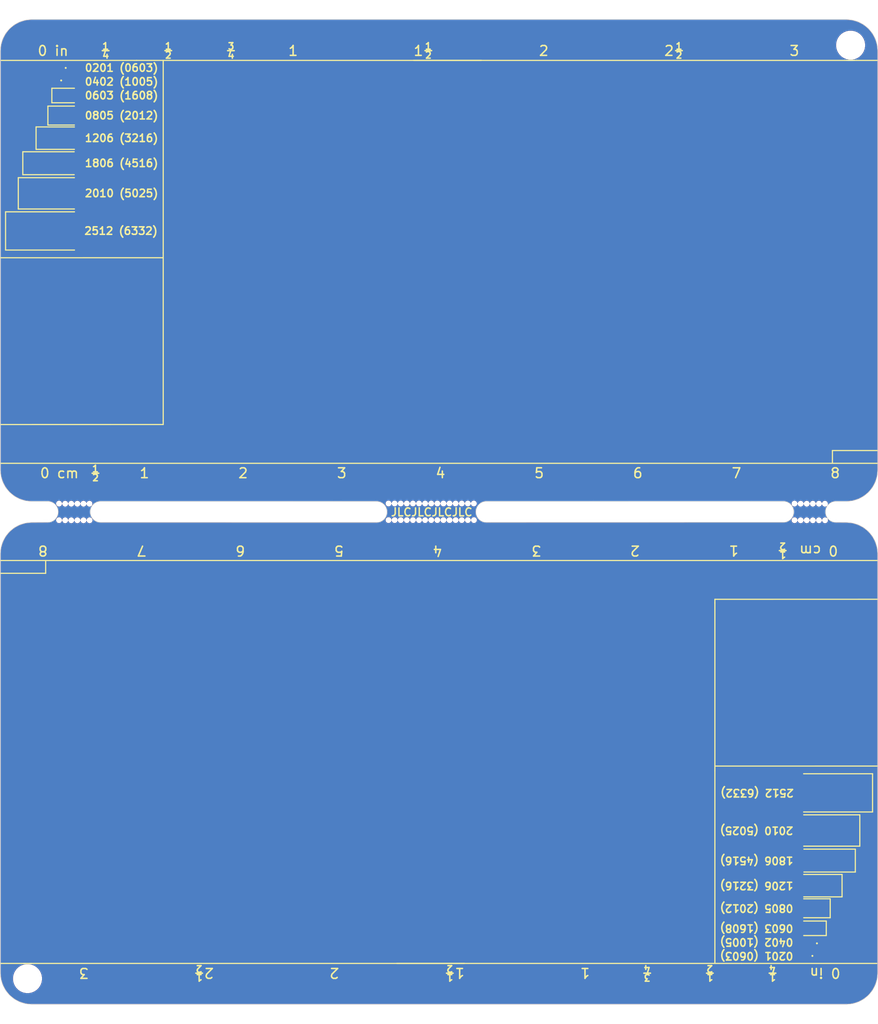
<source format=kicad_pcb>
(kicad_pcb (version 20171130) (host pcbnew 5.1.5-52549c5~84~ubuntu18.04.1)
  (title_block (title "PCB Card Template") (date 2019-11-28) (rev 00) (company "Redbud Farms") (comment 1 "Author: Scott Atkins (Scott@kins.dev)") (comment 2 https://git.kins.dev/PCB-Card/) (comment 3 "Creative Commons Attribution-ShareAlike 4.0 International License") (comment 4 http://creativecommons.org/licenses/by-sa/4.0/))
  (layers (0 F.Cu signal hide) (31 B.Cu signal hide) (34 B.Paste user hide) (35 F.Paste user) (36 B.SilkS user hide) (37 F.SilkS user) (38 B.Mask user hide) (39 F.Mask user) (44 Edge.Cuts user))
  (net 0 "")
  (module MountingHole:MountingHole_2.2mm_M2 (layer F.Cu) (at 92.2775 140.821 180)
    (fp_text reference REF** hide)
    (fp_text value MountingHole_2.2mm_M2)
    (pad "" np_thru_hole circle (at 0 0 180) (size 2.54 2.54) (drill 2.54) (layers *.Cu *.Mask))
  )
  (module card:fw2_mask (layer F.Cu) (at 97.796 76.2875)
    (fp_text reference G*** hide)
    (fp_text value LOGO hide)
  )
  (module MountingHole:MountingHole_2.2mm_M2 (layer F.Cu) (at 170.005696 94.3945)
    (fp_text reference REF** hide)
    (fp_text value MountingHole_2.2mm_M2)
    (pad "" np_thru_hole circle (at 0 0) (size 0.2 0.2) (drill 0.2) (layers *.Cu *.Mask))
  )
  (module LED_SMD:LED_0603_1608Metric (layer F.Cu) (at 171.738 135.7255 180)
    (fp_text reference "0603 (1608)" (at 1.778 0 180 unlocked) (layer F.SilkS) (effects (font (size 0.762 0.762) (thickness 0.1524)) (justify left)))
    (fp_text value LED_0603_1608Metric)
    (fp_line (start -1.485 0.735) (end 0.8 0.735) (layer F.SilkS) (width 0.12))
    (fp_line (start -1.485 -0.735) (end -1.485 0.735) (layer F.SilkS) (width 0.12))
    (fp_line (start 0.8 -0.735) (end -1.485 -0.735) (layer F.SilkS) (width 0.12))
    (pad 2 smd roundrect (at 0.7875 0 180) (size 0.875 0.95) (layers F.Cu F.Paste F.Mask))
    (pad 1 smd roundrect (at -0.7875 0 180) (size 0.875 0.95) (layers F.Cu F.Paste F.Mask))
  )
  (module card:fw2_mask (layer F.Cu) (at 170.172 110.823 180)
    (fp_text reference G*** hide)
    (fp_text value LOGO hide)
  )
  (module MountingHole:MountingHole_2.2mm_M2 (layer F.Cu) (at 135.664019 94.3845)
    (fp_text reference REF** hide)
    (fp_text value MountingHole_2.2mm_M2)
    (pad "" np_thru_hole circle (at 0 0) (size 0.2 0.2) (drill 0.2) (layers *.Cu *.Mask))
  )
  (module MountingHole:MountingHole_2.2mm_M2 (layer F.Cu) (at 131.335758 94.3845)
    (fp_text reference REF** hide)
    (fp_text value MountingHole_2.2mm_M2)
    (pad "" np_thru_hole circle (at 0 0) (size 0.2 0.2) (drill 0.2) (layers *.Cu *.Mask))
  )
  (module LED_SMD:LED_0201_0603Metric (layer F.Cu) (at 97.01 48.591)
    (fp_text reference "0201 (0603)" (at 0.998 0 unlocked) (layer F.SilkS) (effects (font (size 0.762 0.762) (thickness 0.1524)) (justify left)))
    (fp_text value LED_0201_0603Metric)
    (fp_circle (center -0.86 0) (end -0.81 0) (layer F.SilkS) (width 0.1))
    (pad 1 smd roundrect (at -0.32 0) (size 0.46 0.4) (layers F.Cu F.Mask))
    (pad 2 smd roundrect (at 0.32 0) (size 0.46 0.4) (layers F.Cu F.Mask))
  )
  (module LED_SMD:LED_0402_1005Metric (layer F.Cu) (at 96.78 49.861)
    (fp_text reference "0402 (1005)" (at 1.228 0.127 unlocked) (layer F.SilkS) (effects (font (size 0.762 0.762) (thickness 0.1524)) (justify left)))
    (fp_text value LED_0402_1005Metric)
    (fp_circle (center -1.09 0) (end -1.04 0) (layer F.SilkS) (width 0.1))
    (pad 1 smd roundrect (at -0.485 0) (size 0.59 0.64) (layers F.Cu F.Paste F.Mask))
    (pad 2 smd roundrect (at 0.485 0) (size 0.59 0.64) (layers F.Cu F.Paste F.Mask))
  )
  (module LED_SMD:LED_0603_1608Metric (layer F.Cu) (at 96.23 51.385)
    (fp_text reference "0603 (1608)" (at 1.778 0 unlocked) (layer F.SilkS) (effects (font (size 0.762 0.762) (thickness 0.1524)) (justify left)))
    (fp_text value LED_0603_1608Metric)
    (fp_line (start 0.8 -0.735) (end -1.485 -0.735) (layer F.SilkS) (width 0.12))
    (fp_line (start -1.485 -0.735) (end -1.485 0.735) (layer F.SilkS) (width 0.12))
    (fp_line (start -1.485 0.735) (end 0.8 0.735) (layer F.SilkS) (width 0.12))
    (pad 1 smd roundrect (at -0.7875 0) (size 0.875 0.95) (layers F.Cu F.Paste F.Mask))
    (pad 2 smd roundrect (at 0.7875 0) (size 0.875 0.95) (layers F.Cu F.Paste F.Mask))
  )
  (module LED_SMD:LED_0805_2012Metric (layer F.Cu) (at 96.03 53.417)
    (fp_text reference "0805 (2012)" (at 1.978 0 unlocked) (layer F.SilkS) (effects (font (size 0.762 0.762) (thickness 0.1524)) (justify left)))
    (fp_text value LED_0805_2012Metric)
    (fp_line (start 1 -0.96) (end -1.685 -0.96) (layer F.SilkS) (width 0.12))
    (fp_line (start -1.685 -0.96) (end -1.685 0.96) (layer F.SilkS) (width 0.12))
    (fp_line (start -1.685 0.96) (end 1 0.96) (layer F.SilkS) (width 0.12))
    (pad 1 smd roundrect (at -0.9375 0) (size 0.975 1.4) (layers F.Cu F.Paste F.Mask))
    (pad 2 smd roundrect (at 0.9375 0) (size 0.975 1.4) (layers F.Cu F.Paste F.Mask))
  )
  (module LED_SMD:LED_1206_3216Metric (layer F.Cu) (at 95.43 55.703)
    (fp_text reference "1206 (3216)" (at 2.578 0 unlocked) (layer F.SilkS) (effects (font (size 0.762 0.762) (thickness 0.1524)) (justify left)))
    (fp_text value LED_1206_3216Metric)
    (fp_line (start 1.6 -1.135) (end -2.285 -1.135) (layer F.SilkS) (width 0.12))
    (fp_line (start -2.285 -1.135) (end -2.285 1.135) (layer F.SilkS) (width 0.12))
    (fp_line (start -2.285 1.135) (end 1.6 1.135) (layer F.SilkS) (width 0.12))
    (pad 1 smd roundrect (at -1.4 0) (size 1.25 1.75) (layers F.Cu F.Paste F.Mask) (roundrect_rratio 0.2))
    (pad 2 smd roundrect (at 1.4 0) (size 1.25 1.75) (layers F.Cu F.Paste F.Mask) (roundrect_rratio 0.2))
  )
  (module LED_SMD:LED_1806_4516Metric (layer F.Cu) (at 94.76 58.243)
    (fp_text reference "1806 (4516)" (at 3.248 0 unlocked) (layer F.SilkS) (effects (font (size 0.762 0.762) (thickness 0.1524)) (justify left)))
    (fp_text value LED_1806_4516Metric)
    (fp_line (start 2.25 -1.16) (end -2.96 -1.16) (layer F.SilkS) (width 0.12))
    (fp_line (start -2.96 -1.16) (end -2.96 1.16) (layer F.SilkS) (width 0.12))
    (fp_line (start -2.96 1.16) (end 2.25 1.16) (layer F.SilkS) (width 0.12))
    (pad 1 smd roundrect (at -2 0) (size 1.4 1.8) (layers F.Cu F.Paste F.Mask) (roundrect_rratio 0.178571))
    (pad 2 smd roundrect (at 2 0) (size 1.4 1.8) (layers F.Cu F.Paste F.Mask) (roundrect_rratio 0.178571))
  )
  (module LED_SMD:LED_2010_5025Metric (layer F.Cu) (at 94.53 61.291)
    (fp_text reference "2010 (5025)" (at 3.478 0 unlocked) (layer F.SilkS) (effects (font (size 0.762 0.762) (thickness 0.1524)) (justify left)))
    (fp_text value LED_2010_5025Metric)
    (fp_line (start 2.5 -1.585) (end -3.185 -1.585) (layer F.SilkS) (width 0.12))
    (fp_line (start -3.185 -1.585) (end -3.185 1.585) (layer F.SilkS) (width 0.12))
    (fp_line (start -3.185 1.585) (end 2.5 1.585) (layer F.SilkS) (width 0.12))
    (pad 1 smd roundrect (at -2.25 0) (size 1.35 2.65) (layers F.Cu F.Paste F.Mask) (roundrect_rratio 0.185185))
    (pad 2 smd roundrect (at 2.25 0) (size 1.35 2.65) (layers F.Cu F.Paste F.Mask) (roundrect_rratio 0.185185))
  )
  (module LED_SMD:LED_2512_6332Metric (layer F.Cu) (at 93.89 65.101)
    (fp_text reference "2512 (6332)" (at 4.064 0 unlocked) (layer F.SilkS) (effects (font (size 0.762 0.762) (thickness 0.1524)) (justify left)))
    (fp_text value LED_2512_6332Metric)
    (fp_line (start 3.15 -1.935) (end -3.835 -1.935) (layer F.SilkS) (width 0.12))
    (fp_line (start -3.835 -1.935) (end -3.835 1.935) (layer F.SilkS) (width 0.12))
    (fp_line (start -3.835 1.935) (end 3.15 1.935) (layer F.SilkS) (width 0.12))
    (pad 1 smd roundrect (at -2.9 0) (size 1.35 3.35) (layers F.Cu F.Paste F.Mask) (roundrect_rratio 0.185185))
    (pad 2 smd roundrect (at 2.9 0) (size 1.35 3.35) (layers F.Cu F.Paste F.Mask) (roundrect_rratio 0.185185))
  )
  (module MountingHole:MountingHole_2.2mm_M2 (layer F.Cu) (at 175.6905 46.2895)
    (fp_text reference REF** hide)
    (fp_text value MountingHole_2.2mm_M2)
    (pad "" np_thru_hole circle (at 0 0) (size 2.54 2.54) (drill 2.54) (layers *.Cu *.Mask))
  )
  (module MountingHole:MountingHole_2.2mm_M2 (layer F.Cu) (at 131.335758 92.7045)
    (fp_text reference REF** hide)
    (fp_text value MountingHole_2.2mm_M2)
    (pad "" np_thru_hole circle (at 0 0) (size 0.2 0.2) (drill 0.2) (layers *.Cu *.Mask))
  )
  (module MountingHole:MountingHole_2.2mm_M2 (layer F.Cu) (at 132.572404 92.7045)
    (fp_text reference REF** hide)
    (fp_text value MountingHole_2.2mm_M2)
    (pad "" np_thru_hole circle (at 0 0) (size 0.2 0.2) (drill 0.2) (layers *.Cu *.Mask))
  )
  (module MountingHole:MountingHole_2.2mm_M2 (layer F.Cu) (at 137.507 92.7045)
    (fp_text reference REF** hide)
    (fp_text value MountingHole_2.2mm_M2)
    (pad "" np_thru_hole circle (at 0 0) (size 0.2 0.2) (drill 0.2) (layers *.Cu *.Mask))
  )
  (module MountingHole:MountingHole_2.2mm_M2 (layer F.Cu) (at 133.80905 92.7045)
    (fp_text reference REF** hide)
    (fp_text value MountingHole_2.2mm_M2)
    (pad "" np_thru_hole circle (at 0 0) (size 0.2 0.2) (drill 0.2) (layers *.Cu *.Mask))
  )
  (module MountingHole:MountingHole_2.2mm_M2 (layer F.Cu) (at 130.099112 92.7045)
    (fp_text reference REF** hide)
    (fp_text value MountingHole_2.2mm_M2)
    (pad "" np_thru_hole circle (at 0 0) (size 0.2 0.2) (drill 0.2) (layers *.Cu *.Mask))
  )
  (module MountingHole:MountingHole_2.2mm_M2 (layer F.Cu) (at 135.045696 92.7045)
    (fp_text reference REF** hide)
    (fp_text value MountingHole_2.2mm_M2)
    (pad "" np_thru_hole circle (at 0 0) (size 0.2 0.2) (drill 0.2) (layers *.Cu *.Mask))
  )
  (module MountingHole:MountingHole_2.2mm_M2 (layer F.Cu) (at 136.282342 92.7045)
    (fp_text reference REF** hide)
    (fp_text value MountingHole_2.2mm_M2)
    (pad "" np_thru_hole circle (at 0 0) (size 0.2 0.2) (drill 0.2) (layers *.Cu *.Mask))
  )
  (module MountingHole:MountingHole_2.2mm_M2 (layer F.Cu) (at 134.427373 92.7045)
    (fp_text reference REF** hide)
    (fp_text value MountingHole_2.2mm_M2)
    (pad "" np_thru_hole circle (at 0 0) (size 0.2 0.2) (drill 0.2) (layers *.Cu *.Mask))
  )
  (module MountingHole:MountingHole_2.2mm_M2 (layer F.Cu) (at 133.190727 92.7045)
    (fp_text reference REF** hide)
    (fp_text value MountingHole_2.2mm_M2)
    (pad "" np_thru_hole circle (at 0 0) (size 0.2 0.2) (drill 0.2) (layers *.Cu *.Mask))
  )
  (module MountingHole:MountingHole_2.2mm_M2 (layer F.Cu) (at 129.480789 92.7045)
    (fp_text reference REF** hide)
    (fp_text value MountingHole_2.2mm_M2)
    (pad "" np_thru_hole circle (at 0 0) (size 0.2 0.2) (drill 0.2) (layers *.Cu *.Mask))
  )
  (module MountingHole:MountingHole_2.2mm_M2 (layer F.Cu) (at 135.664019 92.7045)
    (fp_text reference REF** hide)
    (fp_text value MountingHole_2.2mm_M2)
    (pad "" np_thru_hole circle (at 0 0) (size 0.2 0.2) (drill 0.2) (layers *.Cu *.Mask))
  )
  (module MountingHole:MountingHole_2.2mm_M2 (layer F.Cu) (at 131.954081 92.7045)
    (fp_text reference REF** hide)
    (fp_text value MountingHole_2.2mm_M2)
    (pad "" np_thru_hole circle (at 0 0) (size 0.2 0.2) (drill 0.2) (layers *.Cu *.Mask))
  )
  (module MountingHole:MountingHole_2.2mm_M2 (layer F.Cu) (at 128.862466 92.7045)
    (fp_text reference REF** hide)
    (fp_text value MountingHole_2.2mm_M2)
    (pad "" np_thru_hole circle (at 0 0) (size 0.2 0.2) (drill 0.2) (layers *.Cu *.Mask))
  )
  (module MountingHole:MountingHole_2.2mm_M2 (layer F.Cu) (at 136.900665 92.7045)
    (fp_text reference REF** hide)
    (fp_text value MountingHole_2.2mm_M2)
    (pad "" np_thru_hole circle (at 0 0) (size 0.2 0.2) (drill 0.2) (layers *.Cu *.Mask))
  )
  (module MountingHole:MountingHole_2.2mm_M2 (layer F.Cu) (at 130.717435 92.7045)
    (fp_text reference REF** hide)
    (fp_text value MountingHole_2.2mm_M2)
    (pad "" np_thru_hole circle (at 0 0) (size 0.2 0.2) (drill 0.2) (layers *.Cu *.Mask))
  )
  (module MountingHole:MountingHole_2.2mm_M2 (layer F.Cu) (at 135.045696 94.3845)
    (fp_text reference REF** hide)
    (fp_text value MountingHole_2.2mm_M2)
    (pad "" np_thru_hole circle (at 0 0) (size 0.2 0.2) (drill 0.2) (layers *.Cu *.Mask))
  )
  (module MountingHole:MountingHole_2.2mm_M2 (layer F.Cu) (at 133.80905 94.3845)
    (fp_text reference REF** hide)
    (fp_text value MountingHole_2.2mm_M2)
    (pad "" np_thru_hole circle (at 0 0) (size 0.2 0.2) (drill 0.2) (layers *.Cu *.Mask))
  )
  (module MountingHole:MountingHole_2.2mm_M2 (layer F.Cu) (at 134.427373 94.3845)
    (fp_text reference REF** hide)
    (fp_text value MountingHole_2.2mm_M2)
    (pad "" np_thru_hole circle (at 0 0) (size 0.2 0.2) (drill 0.2) (layers *.Cu *.Mask))
  )
  (module MountingHole:MountingHole_2.2mm_M2 (layer F.Cu) (at 129.480789 94.3845)
    (fp_text reference REF** hide)
    (fp_text value MountingHole_2.2mm_M2)
    (pad "" np_thru_hole circle (at 0 0) (size 0.2 0.2) (drill 0.2) (layers *.Cu *.Mask))
  )
  (module MountingHole:MountingHole_2.2mm_M2 (layer F.Cu) (at 130.099112 94.3845)
    (fp_text reference REF** hide)
    (fp_text value MountingHole_2.2mm_M2)
    (pad "" np_thru_hole circle (at 0 0) (size 0.2 0.2) (drill 0.2) (layers *.Cu *.Mask))
  )
  (module MountingHole:MountingHole_2.2mm_M2 (layer F.Cu) (at 130.717435 94.3845)
    (fp_text reference REF** hide)
    (fp_text value MountingHole_2.2mm_M2)
    (pad "" np_thru_hole circle (at 0 0) (size 0.2 0.2) (drill 0.2) (layers *.Cu *.Mask))
  )
  (module MountingHole:MountingHole_2.2mm_M2 (layer F.Cu) (at 136.282342 94.3845)
    (fp_text reference REF** hide)
    (fp_text value MountingHole_2.2mm_M2)
    (pad "" np_thru_hole circle (at 0 0) (size 0.2 0.2) (drill 0.2) (layers *.Cu *.Mask))
  )
  (module MountingHole:MountingHole_2.2mm_M2 (layer F.Cu) (at 133.190727 94.3845)
    (fp_text reference REF** hide)
    (fp_text value MountingHole_2.2mm_M2)
    (pad "" np_thru_hole circle (at 0 0) (size 0.2 0.2) (drill 0.2) (layers *.Cu *.Mask))
  )
  (module MountingHole:MountingHole_2.2mm_M2 (layer F.Cu) (at 136.900665 94.3845)
    (fp_text reference REF** hide)
    (fp_text value MountingHole_2.2mm_M2)
    (pad "" np_thru_hole circle (at 0 0) (size 0.2 0.2) (drill 0.2) (layers *.Cu *.Mask))
  )
  (module MountingHole:MountingHole_2.2mm_M2 (layer F.Cu) (at 132.572404 94.3845)
    (fp_text reference REF** hide)
    (fp_text value MountingHole_2.2mm_M2)
    (pad "" np_thru_hole circle (at 0 0) (size 0.2 0.2) (drill 0.2) (layers *.Cu *.Mask))
  )
  (module MountingHole:MountingHole_2.2mm_M2 (layer F.Cu) (at 137.518988 94.3845)
    (fp_text reference REF** hide)
    (fp_text value MountingHole_2.2mm_M2)
    (pad "" np_thru_hole circle (at 0 0) (size 0.2 0.2) (drill 0.2) (layers *.Cu *.Mask))
  )
  (module MountingHole:MountingHole_2.2mm_M2 (layer F.Cu) (at 131.954081 94.3845)
    (fp_text reference REF** hide)
    (fp_text value MountingHole_2.2mm_M2)
    (pad "" np_thru_hole circle (at 0 0) (size 0.2 0.2) (drill 0.2) (layers *.Cu *.Mask))
  )
  (module MountingHole:MountingHole_2.2mm_M2 (layer F.Cu) (at 128.862466 94.3845)
    (fp_text reference REF** hide)
    (fp_text value MountingHole_2.2mm_M2)
    (pad "" np_thru_hole circle (at 0 0) (size 0.2 0.2) (drill 0.2) (layers *.Cu *.Mask))
  )
  (module MountingHole:MountingHole_2.2mm_M2 (layer F.Cu) (at 172.480665 92.7245)
    (fp_text reference REF** hide)
    (fp_text value MountingHole_2.2mm_M2)
    (pad "" np_thru_hole circle (at 0 0) (size 0.2 0.2) (drill 0.2) (layers *.Cu *.Mask))
  )
  (module MountingHole:MountingHole_2.2mm_M2 (layer F.Cu) (at 173.087 92.7245)
    (fp_text reference REF** hide)
    (fp_text value MountingHole_2.2mm_M2)
    (pad "" np_thru_hole circle (at 0 0) (size 0.2 0.2) (drill 0.2) (layers *.Cu *.Mask))
  )
  (module MountingHole:MountingHole_2.2mm_M2 (layer F.Cu) (at 172.480665 94.4045)
    (fp_text reference REF** hide)
    (fp_text value MountingHole_2.2mm_M2)
    (pad "" np_thru_hole circle (at 0 0) (size 0.2 0.2) (drill 0.2) (layers *.Cu *.Mask))
  )
  (module MountingHole:MountingHole_2.2mm_M2 (layer F.Cu) (at 170.625696 94.4045)
    (fp_text reference REF** hide)
    (fp_text value MountingHole_2.2mm_M2)
    (pad "" np_thru_hole circle (at 0 0) (size 0.2 0.2) (drill 0.2) (layers *.Cu *.Mask))
  )
  (module MountingHole:MountingHole_2.2mm_M2 (layer F.Cu) (at 171.862342 94.4045)
    (fp_text reference REF** hide)
    (fp_text value MountingHole_2.2mm_M2)
    (pad "" np_thru_hole circle (at 0 0) (size 0.2 0.2) (drill 0.2) (layers *.Cu *.Mask))
  )
  (module MountingHole:MountingHole_2.2mm_M2 (layer F.Cu) (at 171.244019 92.7245)
    (fp_text reference REF** hide)
    (fp_text value MountingHole_2.2mm_M2)
    (pad "" np_thru_hole circle (at 0 0) (size 0.2 0.2) (drill 0.2) (layers *.Cu *.Mask))
  )
  (module MountingHole:MountingHole_2.2mm_M2 (layer F.Cu) (at 171.862342 92.7245)
    (fp_text reference REF** hide)
    (fp_text value MountingHole_2.2mm_M2)
    (pad "" np_thru_hole circle (at 0 0) (size 0.2 0.2) (drill 0.2) (layers *.Cu *.Mask))
  )
  (module MountingHole:MountingHole_2.2mm_M2 (layer F.Cu) (at 170.625696 92.7245)
    (fp_text reference REF** hide)
    (fp_text value MountingHole_2.2mm_M2)
    (pad "" np_thru_hole circle (at 0 0) (size 0.2 0.2) (drill 0.2) (layers *.Cu *.Mask))
  )
  (module MountingHole:MountingHole_2.2mm_M2 (layer F.Cu) (at 171.244019 94.4045)
    (fp_text reference REF** hide)
    (fp_text value MountingHole_2.2mm_M2)
    (pad "" np_thru_hole circle (at 0 0) (size 0.2 0.2) (drill 0.2) (layers *.Cu *.Mask))
  )
  (module MountingHole:MountingHole_2.2mm_M2 (layer F.Cu) (at 173.098988 94.4045)
    (fp_text reference REF** hide)
    (fp_text value MountingHole_2.2mm_M2)
    (pad "" np_thru_hole circle (at 0 0) (size 0.2 0.2) (drill 0.2) (layers *.Cu *.Mask))
  )
  (module MountingHole:MountingHole_2.2mm_M2 (layer F.Cu) (at 170.005696 92.7145)
    (fp_text reference REF** hide)
    (fp_text value MountingHole_2.2mm_M2)
    (pad "" np_thru_hole circle (at 0 0) (size 0.2 0.2) (drill 0.2) (layers *.Cu *.Mask))
  )
  (module MountingHole:MountingHole_2.2mm_M2 (layer F.Cu) (at 96.095696 94.4045)
    (fp_text reference REF** hide)
    (fp_text value MountingHole_2.2mm_M2)
    (pad "" np_thru_hole circle (at 0 0) (size 0.2 0.2) (drill 0.2) (layers *.Cu *.Mask))
  )
  (module MountingHole:MountingHole_2.2mm_M2 (layer F.Cu) (at 98.557 92.7245)
    (fp_text reference REF** hide)
    (fp_text value MountingHole_2.2mm_M2)
    (pad "" np_thru_hole circle (at 0 0) (size 0.2 0.2) (drill 0.2) (layers *.Cu *.Mask))
  )
  (module MountingHole:MountingHole_2.2mm_M2 (layer F.Cu) (at 97.950665 94.4045)
    (fp_text reference REF** hide)
    (fp_text value MountingHole_2.2mm_M2)
    (pad "" np_thru_hole circle (at 0 0) (size 0.2 0.2) (drill 0.2) (layers *.Cu *.Mask))
  )
  (module MountingHole:MountingHole_2.2mm_M2 (layer F.Cu) (at 95.475696 92.7145)
    (fp_text reference REF** hide)
    (fp_text value MountingHole_2.2mm_M2)
    (pad "" np_thru_hole circle (at 0 0) (size 0.2 0.2) (drill 0.2) (layers *.Cu *.Mask))
  )
  (module MountingHole:MountingHole_2.2mm_M2 (layer F.Cu) (at 97.332342 94.4045)
    (fp_text reference REF** hide)
    (fp_text value MountingHole_2.2mm_M2)
    (pad "" np_thru_hole circle (at 0 0) (size 0.2 0.2) (drill 0.2) (layers *.Cu *.Mask))
  )
  (module MountingHole:MountingHole_2.2mm_M2 (layer F.Cu) (at 98.568988 94.4045)
    (fp_text reference REF** hide)
    (fp_text value MountingHole_2.2mm_M2)
    (pad "" np_thru_hole circle (at 0 0) (size 0.2 0.2) (drill 0.2) (layers *.Cu *.Mask))
  )
  (module MountingHole:MountingHole_2.2mm_M2 (layer F.Cu) (at 96.714019 94.4045)
    (fp_text reference REF** hide)
    (fp_text value MountingHole_2.2mm_M2)
    (pad "" np_thru_hole circle (at 0 0) (size 0.2 0.2) (drill 0.2) (layers *.Cu *.Mask))
  )
  (module MountingHole:MountingHole_2.2mm_M2 (layer F.Cu) (at 97.332342 92.7245)
    (fp_text reference REF** hide)
    (fp_text value MountingHole_2.2mm_M2)
    (pad "" np_thru_hole circle (at 0 0) (size 0.2 0.2) (drill 0.2) (layers *.Cu *.Mask))
  )
  (module MountingHole:MountingHole_2.2mm_M2 (layer F.Cu) (at 96.095696 92.7245)
    (fp_text reference REF** hide)
    (fp_text value MountingHole_2.2mm_M2)
    (pad "" np_thru_hole circle (at 0 0) (size 0.2 0.2) (drill 0.2) (layers *.Cu *.Mask))
  )
  (module MountingHole:MountingHole_2.2mm_M2 (layer F.Cu) (at 95.475696 94.3945)
    (fp_text reference REF** hide)
    (fp_text value MountingHole_2.2mm_M2)
    (pad "" np_thru_hole circle (at 0 0) (size 0.2 0.2) (drill 0.2) (layers *.Cu *.Mask))
  )
  (module MountingHole:MountingHole_2.2mm_M2 (layer F.Cu) (at 96.714019 92.7245)
    (fp_text reference REF** hide)
    (fp_text value MountingHole_2.2mm_M2)
    (pad "" np_thru_hole circle (at 0 0) (size 0.2 0.2) (drill 0.2) (layers *.Cu *.Mask))
  )
  (module MountingHole:MountingHole_2.2mm_M2 (layer F.Cu) (at 97.950665 92.7245)
    (fp_text reference REF** hide)
    (fp_text value MountingHole_2.2mm_M2)
    (pad "" np_thru_hole circle (at 0 0) (size 0.2 0.2) (drill 0.2) (layers *.Cu *.Mask))
  )
  (module LED_SMD:LED_0402_1005Metric (layer F.Cu) (at 171.188 137.2495 180)
    (fp_text reference "0402 (1005)" (at 1.228 0.127 180 unlocked) (layer F.SilkS) (effects (font (size 0.762 0.762) (thickness 0.1524)) (justify left)))
    (fp_text value LED_0402_1005Metric)
    (fp_circle (center -1.09 0) (end -1.04 0) (layer F.SilkS) (width 0.1))
    (pad 2 smd roundrect (at 0.485 0 180) (size 0.59 0.64) (layers F.Cu F.Paste F.Mask))
    (pad 1 smd roundrect (at -0.485 0 180) (size 0.59 0.64) (layers F.Cu F.Paste F.Mask))
  )
  (module LED_SMD:LED_1806_4516Metric (layer F.Cu) (at 173.208 128.8675 180)
    (fp_text reference "1806 (4516)" (at 3.248 0 180 unlocked) (layer F.SilkS) (effects (font (size 0.762 0.762) (thickness 0.1524)) (justify left)))
    (fp_text value LED_1806_4516Metric)
    (fp_line (start -2.96 1.16) (end 2.25 1.16) (layer F.SilkS) (width 0.12))
    (fp_line (start -2.96 -1.16) (end -2.96 1.16) (layer F.SilkS) (width 0.12))
    (fp_line (start 2.25 -1.16) (end -2.96 -1.16) (layer F.SilkS) (width 0.12))
    (pad 2 smd roundrect (at 2 0 180) (size 1.4 1.8) (layers F.Cu F.Paste F.Mask) (roundrect_rratio 0.178571))
    (pad 1 smd roundrect (at -2 0 180) (size 1.4 1.8) (layers F.Cu F.Paste F.Mask) (roundrect_rratio 0.178571))
  )
  (module LED_SMD:LED_2010_5025Metric (layer F.Cu) (at 173.438 125.8195 180)
    (fp_text reference "2010 (5025)" (at 3.478 0 180 unlocked) (layer F.SilkS) (effects (font (size 0.762 0.762) (thickness 0.1524)) (justify left)))
    (fp_text value LED_2010_5025Metric)
    (fp_line (start -3.185 1.585) (end 2.5 1.585) (layer F.SilkS) (width 0.12))
    (fp_line (start -3.185 -1.585) (end -3.185 1.585) (layer F.SilkS) (width 0.12))
    (fp_line (start 2.5 -1.585) (end -3.185 -1.585) (layer F.SilkS) (width 0.12))
    (pad 2 smd roundrect (at 2.25 0 180) (size 1.35 2.65) (layers F.Cu F.Paste F.Mask) (roundrect_rratio 0.185185))
    (pad 1 smd roundrect (at -2.25 0 180) (size 1.35 2.65) (layers F.Cu F.Paste F.Mask) (roundrect_rratio 0.185185))
  )
  (module LED_SMD:LED_0805_2012Metric (layer F.Cu) (at 171.938 133.6935 180)
    (fp_text reference "0805 (2012)" (at 1.978 0 180 unlocked) (layer F.SilkS) (effects (font (size 0.762 0.762) (thickness 0.1524)) (justify left)))
    (fp_text value LED_0805_2012Metric)
    (fp_line (start -1.685 0.96) (end 1 0.96) (layer F.SilkS) (width 0.12))
    (fp_line (start -1.685 -0.96) (end -1.685 0.96) (layer F.SilkS) (width 0.12))
    (fp_line (start 1 -0.96) (end -1.685 -0.96) (layer F.SilkS) (width 0.12))
    (pad 2 smd roundrect (at 0.9375 0 180) (size 0.975 1.4) (layers F.Cu F.Paste F.Mask))
    (pad 1 smd roundrect (at -0.9375 0 180) (size 0.975 1.4) (layers F.Cu F.Paste F.Mask))
  )
  (module LED_SMD:LED_0201_0603Metric (layer F.Cu) (at 170.958 138.5195 180)
    (fp_text reference "0201 (0603)" (at 0.998 0 180 unlocked) (layer F.SilkS) (effects (font (size 0.762 0.762) (thickness 0.1524)) (justify left)))
    (fp_text value LED_0201_0603Metric)
    (fp_circle (center -0.86 0) (end -0.81 0) (layer F.SilkS) (width 0.1))
    (pad 2 smd roundrect (at 0.32 0 180) (size 0.46 0.4) (layers F.Cu F.Mask))
    (pad 1 smd roundrect (at -0.32 0 180) (size 0.46 0.4) (layers F.Cu F.Mask))
  )
  (module LED_SMD:LED_1206_3216Metric (layer F.Cu) (at 172.538 131.4075 180)
    (fp_text reference "1206 (3216)" (at 2.578 0 180 unlocked) (layer F.SilkS) (effects (font (size 0.762 0.762) (thickness 0.1524)) (justify left)))
    (fp_text value LED_1206_3216Metric)
    (fp_line (start -2.285 1.135) (end 1.6 1.135) (layer F.SilkS) (width 0.12))
    (fp_line (start -2.285 -1.135) (end -2.285 1.135) (layer F.SilkS) (width 0.12))
    (fp_line (start 1.6 -1.135) (end -2.285 -1.135) (layer F.SilkS) (width 0.12))
    (pad 2 smd roundrect (at 1.4 0 180) (size 1.25 1.75) (layers F.Cu F.Paste F.Mask) (roundrect_rratio 0.2))
    (pad 1 smd roundrect (at -1.4 0 180) (size 1.25 1.75) (layers F.Cu F.Paste F.Mask) (roundrect_rratio 0.2))
  )
  (module LED_SMD:LED_2512_6332Metric (layer F.Cu) (at 174.078 122.0095 180)
    (fp_text reference "2512 (6332)" (at 4.064 0 180 unlocked) (layer F.SilkS) (effects (font (size 0.762 0.762) (thickness 0.1524)) (justify left)))
    (fp_text value LED_2512_6332Metric)
    (fp_line (start -3.835 1.935) (end 3.15 1.935) (layer F.SilkS) (width 0.12))
    (fp_line (start -3.835 -1.935) (end -3.835 1.935) (layer F.SilkS) (width 0.12))
    (fp_line (start 3.15 -1.935) (end -3.835 -1.935) (layer F.SilkS) (width 0.12))
    (pad 2 smd roundrect (at 2.9 0 180) (size 1.35 3.35) (layers F.Cu F.Paste F.Mask) (roundrect_rratio 0.185185))
    (pad 1 smd roundrect (at -2.9 0 180) (size 1.35 3.35) (layers F.Cu F.Paste F.Mask) (roundrect_rratio 0.185185))
  )
  (gr_line (start 94.119 99.7718) (end 94.119 98.48402) (layer F.SilkS) (width 0.12))
  (gr_line (start 94.119 99.7718) (end 89.55256 99.7718) (layer F.SilkS) (width 0.12))
  (gr_line (start 175.26 43.688) (end 92.71 43.688) (layer Edge.Cuts) (width 0.05))
  (gr_line (start 178.435 46.863) (end 178.435 89.313) (layer Edge.Cuts) (width 0.05))
  (gr_line (start 89.535 46.863) (end 89.535 89.313) (layer Edge.Cuts) (width 0.05))
  (gr_arc (start 175.26 46.863) (end 175.26 43.688) (angle 90) (layer Edge.Cuts) (width 0.05))
  (gr_arc (start 92.71 46.863) (end 89.535 46.863) (angle 90) (layer Edge.Cuts) (width 0.05))
  (gr_arc (start 92.71 89.313) (end 92.71 92.488) (angle 90) (layer Edge.Cuts) (width 0.05))
  (gr_arc (start 175.26 89.313) (end 178.435 89.313) (angle 90) (layer Edge.Cuts) (width 0.05))
  (gr_text "0 in" (at 93.218 46.863) (layer F.SilkS) (effects (font (size 1 1) (thickness 0.1524)) (justify left)))
  (gr_text ½ (at 105.918 46.863) (layer F.SilkS) (effects (font (size 1 1) (thickness 0.1524)) (justify left)))
  (gr_text 1 (at 118.618 46.863) (layer F.SilkS) (effects (font (size 1 1) (thickness 0.1524)) (justify left)))
  (gr_text 2 (at 144.018 46.863) (layer F.SilkS) (effects (font (size 1 1) (thickness 0.1524)) (justify left)))
  (gr_text 1½ (at 131.318 46.863) (layer F.SilkS) (effects (font (size 1 1) (thickness 0.1524)) (justify left)))
  (gr_text 3 (at 169.418 46.863) (layer F.SilkS) (effects (font (size 1 1) (thickness 0.1524)) (justify left)))
  (gr_text 2½ (at 156.718 46.863) (layer F.SilkS) (effects (font (size 1 1) (thickness 0.1524)) (justify left)))
  (gr_text "0 cm" (at 93.458 89.633) (layer F.SilkS) (effects (font (size 1 1) (thickness 0.1524)) (justify left)))
  (gr_text 1 (at 103.55 89.633) (layer F.SilkS) (effects (font (size 1 1) (thickness 0.1524)) (justify left)))
  (gr_text 2 (at 113.55 89.633) (layer F.SilkS) (effects (font (size 1 1) (thickness 0.1524)) (justify left)))
  (gr_text 3 (at 123.55 89.633) (layer F.SilkS) (effects (font (size 1 1) (thickness 0.1524)) (justify left)))
  (gr_text 4 (at 133.55 89.633) (layer F.SilkS) (effects (font (size 1 1) (thickness 0.1524)) (justify left)))
  (gr_text 5 (at 143.55 89.633) (layer F.SilkS) (effects (font (size 1 1) (thickness 0.1524)) (justify left)))
  (gr_text 6 (at 153.55 89.633) (layer F.SilkS) (effects (font (size 1 1) (thickness 0.1524)) (justify left)))
  (gr_text 7 (at 163.55 89.633) (layer F.SilkS) (effects (font (size 1 1) (thickness 0.1524)) (justify left)))
  (gr_text 8 (at 173.55 89.633) (layer F.SilkS) (effects (font (size 1 1) (thickness 0.1524)) (justify left)))
  (gr_line (start 89.626 47.829) (end 103.342 47.829) (layer F.SilkS) (width 0.12))
  (gr_line (start 106.031 47.829) (end 106.031 67.34128) (layer F.SilkS) (width 0.12))
  (gr_line (start 103.342 47.829) (end 178.399 47.829) (layer F.SilkS) (width 0.12))
  (gr_line (start 89.55 88.633) (end 178.4 88.633) (layer F.SilkS) (width 0.12))
  (gr_line (start 106.031 84.343) (end 106.031 67.343) (layer F.SilkS) (width 0.12))
  (gr_line (start 106.01154 67.81428) (end 89.55 67.816) (layer F.SilkS) (width 0.12))
  (gr_line (start 106.031 84.70446) (end 89.55 84.70726) (layer F.SilkS) (width 0.12))
  (gr_line (start 173.849 87.3387) (end 173.849 88.62648) (layer F.SilkS) (width 0.12))
  (gr_line (start 173.849 87.3387) (end 178.41544 87.3387) (layer F.SilkS) (width 0.12))
  (gr_line (start 106.031 84.326) (end 106.031 84.70446) (layer F.SilkS) (width 0.12))
  (gr_line (start 168.831 92.4825) (end 138.817 92.488) (layer Edge.Cuts) (width 0.05))
  (gr_line (start 127.611 92.4925) (end 99.733 92.488) (layer Edge.Cuts) (width 0.05))
  (gr_line (start 92.71 92.488) (end 94.289 92.4855) (layer Edge.Cuts) (width 0.05))
  (gr_line (start 175.26 92.488) (end 174.244 92.488) (layer Edge.Cuts) (width 0.05))
  (gr_line (start 138.267 47.829) (end 131.409 47.829) (layer F.SilkS) (width 0.12))
  (gr_arc (start 94.325 93.549) (end 94.289 94.6125) (angle -183.9) (layer Edge.Cuts) (width 0.05))
  (gr_arc (start 168.867 93.546) (end 168.831 94.6095) (angle -183.8775003) (layer Edge.Cuts) (width 0.05))
  (gr_line (start 174.244 94.615) (end 175.258 94.6195) (layer Edge.Cuts) (width 0.05))
  (gr_arc (start 138.781 93.5515) (end 138.817 92.488) (angle -183.8775003) (layer Edge.Cuts) (width 0.05))
  (gr_arc (start 127.647 93.556) (end 127.611 94.6195) (angle -183.8775003) (layer Edge.Cuts) (width 0.05))
  (gr_line (start 94.289 94.6125) (end 92.708 94.6195) (layer Edge.Cuts) (width 0.05))
  (gr_line (start 127.611 94.6195) (end 99.733 94.615) (layer Edge.Cuts) (width 0.05))
  (gr_arc (start 99.697 93.5515) (end 99.733 92.488) (angle -183.8775003) (layer Edge.Cuts) (width 0.05))
  (gr_arc (start 174.208 93.5515) (end 174.244 92.488) (angle -183.8775003) (layer Edge.Cuts) (width 0.05))
  (gr_line (start 168.831 94.6095) (end 138.817 94.615) (layer Edge.Cuts) (width 0.05))
  (gr_arc (start 92.708 97.7945) (end 89.533 97.7945) (angle 90) (layer Edge.Cuts) (width 0.05))
  (gr_arc (start 175.258 97.7945) (end 175.258 94.6195) (angle 90) (layer Edge.Cuts) (width 0.05))
  (gr_text JLCJLCJLCJLC (at 133.237 93.586) (layer F.SilkS) (effects (font (size 0.8 0.8))))
  (gr_text ¼ (at 99.568 46.863) (layer F.SilkS) (effects (font (size 1 1) (thickness 0.1524)) (justify left)))
  (gr_text ¾ (at 112.268 46.863) (layer F.SilkS) (effects (font (size 1 1) (thickness 0.1524)) (justify left)))
  (gr_text ½ (at 98.538 89.66) (layer F.SilkS) (effects (font (size 1 1) (thickness 0.1524)) (justify left)))
  (gr_text 2 (at 123.95 140.2475 180) (layer F.SilkS) (effects (font (size 1 1) (thickness 0.1524)) (justify left)))
  (gr_text 1 (at 164.418 97.4775 180) (layer F.SilkS) (effects (font (size 1 1) (thickness 0.1524)) (justify left)))
  (gr_text 4 (at 134.418 97.4775 180) (layer F.SilkS) (effects (font (size 1 1) (thickness 0.1524)) (justify left)))
  (gr_text 6 (at 114.418 97.4775 180) (layer F.SilkS) (effects (font (size 1 1) (thickness 0.1524)) (justify left)))
  (gr_line (start 92.708 143.4225) (end 175.258 143.4225) (layer Edge.Cuts) (width 0.05))
  (gr_line (start 161.937 102.7845) (end 161.937 102.40604) (layer F.SilkS) (width 0.12))
  (gr_text ¼ (at 168.4 140.2475 180) (layer F.SilkS) (effects (font (size 1 1) (thickness 0.1524)) (justify left)))
  (gr_line (start 161.95646 119.29622) (end 178.418 119.2945) (layer F.SilkS) (width 0.12))
  (gr_line (start 161.937 102.7675) (end 161.937 119.7675) (layer F.SilkS) (width 0.12))
  (gr_line (start 178.418 98.4775) (end 89.568 98.4775) (layer F.SilkS) (width 0.12))
  (gr_arc (start 175.258 140.2475) (end 178.433 140.2475) (angle 90) (layer Edge.Cuts) (width 0.05))
  (gr_text ½ (at 169.43 97.4505 180) (layer F.SilkS) (effects (font (size 1 1) (thickness 0.1524)) (justify left)))
  (gr_line (start 164.626 139.2815) (end 89.569 139.2815) (layer F.SilkS) (width 0.12))
  (gr_line (start 161.937 139.2815) (end 161.937 119.76922) (layer F.SilkS) (width 0.12))
  (gr_line (start 178.342 139.2815) (end 164.626 139.2815) (layer F.SilkS) (width 0.12))
  (gr_line (start 129.701 139.2815) (end 136.559 139.2815) (layer F.SilkS) (width 0.12))
  (gr_line (start 161.937 102.40604) (end 178.418 102.40324) (layer F.SilkS) (width 0.12))
  (gr_arc (start 92.708 140.2475) (end 92.708 143.4225) (angle 90) (layer Edge.Cuts) (width 0.05))
  (gr_line (start 178.433 140.2475) (end 178.433 97.7975) (layer Edge.Cuts) (width 0.05))
  (gr_line (start 89.533 140.2475) (end 89.533 97.7975) (layer Edge.Cuts) (width 0.05))
  (gr_text 3 (at 144.418 97.4775 180) (layer F.SilkS) (effects (font (size 1 1) (thickness 0.1524)) (justify left)))
  (gr_text 1½ (at 136.65 140.2475 180) (layer F.SilkS) (effects (font (size 1 1) (thickness 0.1524)) (justify left)))
  (gr_text 3 (at 98.55 140.2475 180) (layer F.SilkS) (effects (font (size 1 1) (thickness 0.1524)) (justify left)))
  (gr_text 1 (at 149.35 140.2475 180) (layer F.SilkS) (effects (font (size 1 1) (thickness 0.1524)) (justify left)))
  (gr_text ½ (at 162.05 140.2475 180) (layer F.SilkS) (effects (font (size 1 1) (thickness 0.1524)) (justify left)))
  (gr_text "0 in" (at 174.75 140.2475 180) (layer F.SilkS) (effects (font (size 1 1) (thickness 0.1524)) (justify left)))
  (gr_text 2 (at 154.418 97.4775 180) (layer F.SilkS) (effects (font (size 1 1) (thickness 0.1524)) (justify left)))
  (gr_text ¾ (at 155.7 140.2475 180) (layer F.SilkS) (effects (font (size 1 1) (thickness 0.1524)) (justify left)))
  (gr_text "0 cm" (at 174.51 97.4775 180) (layer F.SilkS) (effects (font (size 1 1) (thickness 0.1524)) (justify left)))
  (gr_text 5 (at 124.418 97.4775 180) (layer F.SilkS) (effects (font (size 1 1) (thickness 0.1524)) (justify left)))
  (gr_text 7 (at 104.418 97.4775 180) (layer F.SilkS) (effects (font (size 1 1) (thickness 0.1524)) (justify left)))
  (gr_text 8 (at 94.418 97.4775 180) (layer F.SilkS) (effects (font (size 1 1) (thickness 0.1524)) (justify left)))
  (gr_text 2½ (at 111.25 140.2475 180) (layer F.SilkS) (effects (font (size 1 1) (thickness 0.1524)) (justify left)))
  (zone (net 0) (net_name "") (layer F.Cu) (connect_pads (clearance 0)) (min_thickness 0.0254) (fill yes (arc_segments 32) (thermal_gap 0.0508) (thermal_bridge_width 0.0508))
    (polygon (pts (xy 178.889 143.98725) (xy 88.864 143.94875) (xy 88.9 43.688) (xy 178.925 43.7265)))
  )
  (zone (net 0) (net_name "") (layer B.Cu) (connect_pads (clearance 0)) (min_thickness 0.0254) (fill yes (arc_segments 32) (thermal_gap 0.0508) (thermal_bridge_width 0.0508))
    (polygon (pts (xy 178.846 43.66675) (xy 88.821 43.70525) (xy 88.857 143.966) (xy 178.882 143.9275)))
  )
)
</source>
